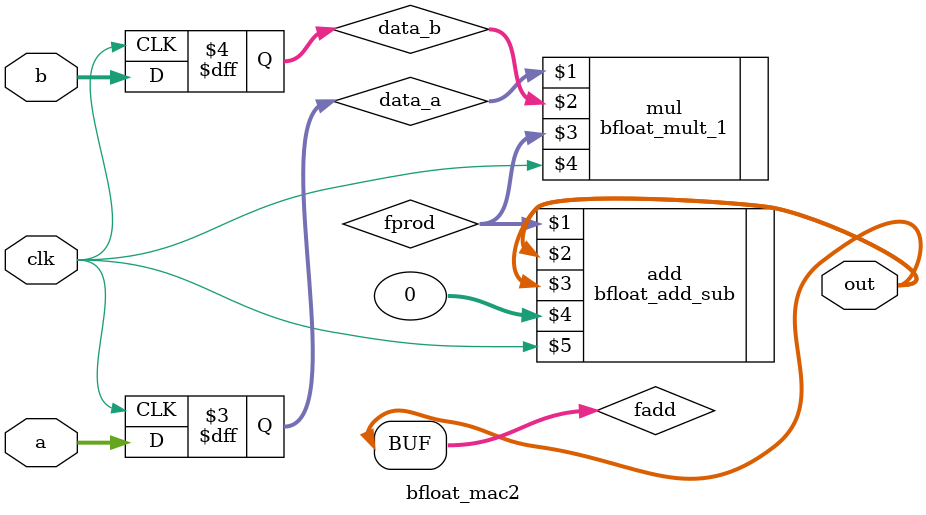
<source format=sv>
`timescale 1ns / 1ps


module bfloat_mac2(a,b,clk,out);
input bit[15:0]a,b;
input bit  clk;
output bit [15:0]out;
bit [15:0] fprod, fadd;
bit [15:0] data_a, data_b, fprod1;

always@(posedge clk)
begin
data_a<=a;
data_b<=b;
end

bfloat_mult_1 mul(data_a,data_b,fprod,clk);
bfloat_add_sub add(fprod,out,fadd,0,clk);

assign out=fadd;




endmodule

</source>
